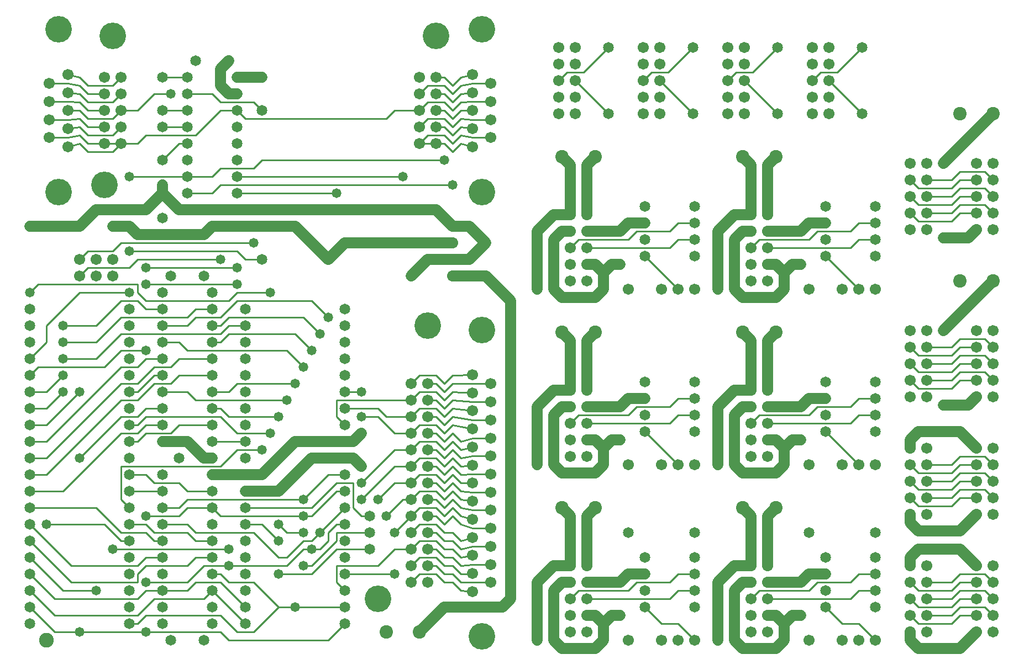
<source format=gbl>
%MOIN*%
%FSLAX25Y25*%
G04 D10 used for Character Trace; *
G04     Circle (OD=.01000) (No hole)*
G04 D11 used for Power Trace; *
G04     Circle (OD=.06500) (No hole)*
G04 D12 used for Signal Trace; *
G04     Circle (OD=.01100) (No hole)*
G04 D13 used for Via; *
G04     Circle (OD=.05800) (Round. Hole ID=.02800)*
G04 D14 used for Component hole; *
G04     Circle (OD=.06500) (Round. Hole ID=.03500)*
G04 D15 used for Component hole; *
G04     Circle (OD=.06700) (Round. Hole ID=.04300)*
G04 D16 used for Component hole; *
G04     Circle (OD=.08100) (Round. Hole ID=.05100)*
G04 D17 used for Component hole; *
G04     Circle (OD=.08900) (Round. Hole ID=.05900)*
G04 D18 used for Component hole; *
G04     Circle (OD=.11300) (Round. Hole ID=.08300)*
G04 D19 used for Component hole; *
G04     Circle (OD=.16000) (Round. Hole ID=.13000)*
G04 D20 used for Component hole; *
G04     Circle (OD=.18300) (Round. Hole ID=.15300)*
G04 D21 used for Component hole; *
G04     Circle (OD=.22291) (Round. Hole ID=.19291)*
%ADD10C,.01000*%
%ADD11C,.06500*%
%ADD12C,.01100*%
%ADD13C,.05800*%
%ADD14C,.06500*%
%ADD15C,.06700*%
%ADD16C,.08100*%
%ADD17C,.08900*%
%ADD18C,.11300*%
%ADD19C,.16000*%
%ADD20C,.18300*%
%ADD21C,.22291*%
%IPPOS*%
%LPD*%
G90*X0Y0D02*D14*X10000Y20000D03*D17*              
X20000Y10000D03*D12*X25000Y25000D02*X75000D01*    
X85000Y35000D01*X115000D01*X120000Y40000D01*D14*  
D03*D12*X140000Y20000D01*D14*D03*D12*             
X135000Y15000D02*X145000D01*X135000D02*           
X125000Y25000D01*X80000D01*X75000Y20000D01*       
X70000D01*D14*D03*D13*X80000Y15000D03*D12*        
X40000D01*D13*D03*D12*X25000D01*X10000Y30000D01*  
D14*D03*Y40000D03*D12*X25000Y25000D01*Y35000D02*  
X75000D01*X80000Y40000D01*X90000D01*D14*D03*D12*  
X105000D01*X110000Y45000D01*X125000D01*           
X140000Y30000D01*D14*D03*Y40000D03*D12*           
X130000Y10000D02*X125000Y15000D01*                
X130000Y10000D02*X190000D01*X200000Y20000D01*D14* 
D03*Y30000D03*D12*X170000D01*D13*D03*D12*         
X160000D01*X145000Y15000D01*X160000Y30000D02*     
X145000Y45000D01*X130000D01*X125000Y50000D01*     
X120000D01*D14*D03*D12*X105000Y45000D02*          
X115000Y55000D01*X80000Y45000D02*X105000D01*D13*  
X80000D03*D12*X75000D02*Y50000D01*X35000Y45000D02*
X75000D01*X35000D02*X10000Y70000D01*D14*D03*D13*  
X20000Y80000D03*D12*X55000D01*X65000Y70000D01*    
X70000D01*D14*D03*D12*X65000Y75000D02*X80000D01*  
X85000Y70000D01*X90000D01*D14*D03*D12*            
X85000Y75000D02*X105000D01*X110000Y70000D01*      
X120000D01*D14*D03*D12*X105000Y55000D02*          
X110000Y60000D01*X80000Y55000D02*X105000D01*      
X75000Y50000D02*X80000Y55000D01*X35000D02*        
X75000D01*X35000D02*X10000Y80000D01*D14*D03*      
Y90000D03*D12*X50000D01*X65000Y75000D01*D14*      
X70000Y80000D03*D12*X80000D01*X85000Y75000D01*D14*
X90000Y80000D03*D12*X105000D01*X110000Y75000D01*  
X145000D01*X160000Y60000D01*X165000D01*           
X175000Y70000D01*X180000D01*X185000Y75000D01*D13* 
D03*D12*X200000Y90000D01*D14*D03*D12*             
X210000Y85000D02*X205000Y90000D01*                
X210000Y85000D02*X215000D01*D14*D03*D13*          
X220000Y95000D03*D12*X230000Y105000D01*X240000D01*
D15*D03*D12*X245000Y110000D01*X255000D01*         
X260000Y105000D01*X265000Y110000D01*              
X270000Y105000D01*X276900D01*D15*D03*D12*         
X270000Y110000D02*X276900Y110400D01*X288200D01*   
D15*D03*Y121300D03*D12*X276900D01*                
X270000Y120000D01*X265000Y125000D01*              
X260000Y120000D01*X255000Y125000D01*X250000D01*   
D15*D03*D12*X260000Y115000D02*X255000Y120000D01*  
X260000Y115000D02*X265000Y120000D01*              
X270000Y115000D01*X276900Y115900D01*D15*D03*D12*  
X270000Y110000D02*X265000Y115000D01*              
X260000Y110000D01*X255000Y115000D01*X250000D01*   
D15*D03*D12*X245000Y120000D02*X255000D01*         
X240000Y115000D02*X245000Y120000D01*D15*          
X240000Y115000D03*D12*X230000D01*X210000Y95000D01*
D13*D03*D12*X205000Y90000D02*Y105000D01*          
X195000D01*X180000Y90000D01*X140000D01*D14*D03*   
D12*X160000Y70000D02*X150000Y80000D01*D13*        
X160000Y70000D03*D12*X165000Y75000D02*X175000D01* 
D13*D03*D12*X180000Y65000D02*X185000D01*D13*      
X180000D03*D12*X175000D01*X165000Y55000D01*       
X130000D01*D13*D03*D12*X115000D01*D14*            
X120000Y60000D03*D12*X110000D01*D14*              
X120000Y80000D03*X90000Y60000D03*D12*X80000D01*   
X75000Y55000D01*D14*X70000Y60000D03*Y50000D03*D13*
X60000Y65000D03*D12*X130000D01*D13*D03*D14*       
X140000Y60000D03*Y70000D03*Y80000D03*D12*         
X150000D01*D13*X160000D03*D12*X165000Y75000D01*   
D13*X175000Y85000D03*D12*X125000D01*              
X120000Y90000D01*D14*D03*D12*X105000D01*          
X100000Y85000D01*X80000D01*D13*D03*D14*           
X70000Y90000D03*D12*X65000Y95000D01*Y115000D01*   
X125000D01*X135000Y125000D01*X150000D01*D13*D03*  
X155000Y135000D03*D12*X135000D01*                 
X125000Y145000D01*X80000D01*X75000Y140000D01*     
X70000D01*D14*D03*D12*X65000Y135000D02*X75000D01* 
X30000Y100000D02*X65000Y135000D01*                
X10000Y100000D02*X30000D01*D14*X10000D03*D12*     
Y110000D02*X20000D01*D14*X10000D03*D12*Y120000D02*
X20000D01*D14*X10000D03*D12*X20000Y110000D02*     
X65000Y155000D01*X75000D01*X85000Y165000D01*      
X95000D01*X100000Y170000D01*X120000D01*D14*D03*   
D12*Y160000D02*X130000D01*D14*X120000D03*D12*     
X130000D02*X135000Y165000D01*X170000D01*D13*D03*  
X175000Y175000D03*D12*X165000Y185000D01*          
X105000D01*X100000Y190000D01*X90000D01*D14*D03*   
D12*X95000Y175000D02*X100000Y180000D01*           
X85000Y175000D02*X95000D01*X75000Y165000D02*      
X85000Y175000D01*X65000Y165000D02*X75000D01*      
X20000Y120000D02*X65000Y165000D01*D14*            
X10000Y130000D03*D12*X20000D01*X65000Y175000D01*  
X75000D01*X80000Y180000D01*X90000D01*D14*D03*D13* 
X80000Y185000D03*D12*X65000D01*X55000Y175000D01*  
X15000D01*X10000Y170000D01*D14*D03*D12*Y160000D02*
X20000D01*D14*X10000D03*D12*Y150000D02*X20000D01* 
D14*X10000D03*D12*Y140000D02*X20000D01*D14*       
X10000D03*D12*X20000Y150000D02*X30000Y160000D01*  
D13*D03*X40000D03*D12*X20000Y140000D01*D13*       
X40000Y120000D03*D12*X65000Y145000D01*X75000D01*  
X80000Y150000D01*X90000D01*D14*D03*D12*           
X95000Y135000D02*X100000Y140000D01*               
X80000Y135000D02*X95000D01*X75000Y130000D02*      
X80000Y135000D01*X70000Y130000D02*X75000D01*D14*  
X70000D03*D12*X75000Y135000D02*X80000Y140000D01*  
X90000D01*D14*D03*D12*X100000D02*X120000D01*D14*  
D03*D12*X130000Y145000D02*X125000Y150000D01*      
X130000Y145000D02*X160000D01*D13*D03*             
X165000Y155000D03*D12*X110000D01*                 
X105000Y160000D01*X90000D01*D14*D03*Y170000D03*   
D12*X85000D01*X75000Y160000D01*X70000D01*D14*D03* 
Y170000D03*Y150000D03*D12*X30000Y180000D02*       
X50000D01*D13*X30000D03*D12*X10000D02*            
X20000Y190000D01*D14*X10000Y180000D03*D12*        
X20000Y190000D02*Y200000D01*X40000Y220000D01*     
X70000D01*D13*D03*D12*X80000Y210000D02*           
X75000Y215000D01*X80000Y210000D02*X90000D01*D14*  
D03*D12*X80000Y215000D02*X130000D01*              
X135000Y220000D01*X155000D01*D13*D03*D14*         
X140000Y210000D03*D12*X185000Y195000D02*          
X175000Y205000D01*D13*X185000Y195000D03*D12*      
X130000Y205000D02*X175000D01*X125000Y200000D02*   
X130000Y205000D01*X120000Y200000D02*X125000D01*   
D14*X120000D03*D12*X65000Y195000D02*X125000D01*   
X50000Y180000D02*X65000Y195000D01*                
X30000Y190000D02*X50000D01*D13*X30000D03*         
Y200000D03*D12*X50000D01*X65000Y215000D01*        
X75000D01*D14*X70000Y210000D03*D12*               
X80000Y215000D02*X75000Y220000D01*Y225000D01*     
X15000D01*X10000Y220000D01*D13*D03*D14*Y210000D03*
Y200000D03*Y190000D03*D15*X40000Y230000D03*D12*   
X45000Y235000D01*X70000D01*X75000Y240000D01*      
X125000D01*D13*D03*D14*X115000Y230000D03*D13*     
X135000Y235000D03*D12*X80000D01*D13*D03*          
X70000Y245000D03*D12*X135000D01*X140000Y240000D01*
X150000D01*D14*D03*D13*X145000Y250000D03*D12*     
X65000D01*X60000Y245000D01*X45000D01*             
X40000Y240000D01*D15*D03*X50000Y230000D03*        
Y240000D03*D14*X60000Y260000D03*D11*X70000D01*    
X75000Y255000D01*X115000D01*D13*D03*D11*          
X120000Y260000D01*X170000D01*X190000Y240000D01*   
D14*D03*D11*X200000Y250000D01*X240000D01*D14*D03* 
D11*X265000D01*D15*D03*D11*X255000Y240000D02*     
X275000D01*D15*X255000D03*D11*X250000D01*         
X240000Y230000D01*D14*D03*D15*X265000D03*D11*     
X285000D01*D14*D03*D11*X300000Y215000D01*         
Y35000D01*X295000Y30000D01*X260000D01*            
X245000Y15000D01*D16*D03*X225000D03*D12*          
X270000Y40000D02*X276900Y39600D01*D15*D03*D12*    
X270000Y45000D02*X276900D01*X288200D01*D15*D03*   
Y55900D03*D12*X276900D01*X270000Y55000D01*        
X265000Y60000D01*X260000D01*X255000Y65000D01*     
X250000D01*D15*D03*D12*X260000Y55000D02*          
X255000Y60000D01*X260000Y55000D02*X265000D01*     
X270000Y50000D01*X276900Y50400D01*D15*D03*D12*    
X270000Y45000D02*X265000Y50000D01*X260000D01*     
X255000Y55000D01*X250000D01*D15*D03*D12*          
X260000Y45000D02*X255000Y50000D01*                
X260000Y45000D02*X265000D01*X270000Y40000D01*     
X245000Y50000D02*X255000D01*X240000Y45000D02*     
X245000Y50000D01*D15*X240000Y45000D03*D13*        
X230000Y50000D03*D12*X200000D01*D14*D03*D12*      
X195000Y45000D02*Y55000D01*X200000Y40000D02*      
X195000Y45000D01*D14*X200000Y40000D03*D12*        
X195000Y55000D02*X220000D01*X230000Y65000D01*     
X240000D01*D15*D03*D12*X245000Y70000D01*          
X255000D01*X260000Y65000D01*X265000D01*           
X270000Y60000D01*X276900Y61300D01*D15*D03*D12*    
X270000Y65000D02*X276900Y66800D01*X288200D01*D15* 
D03*D12*X270000Y80000D02*X276900Y77800D01*        
X270000Y80000D02*X265000Y85000D01*                
X260000Y80000D01*X255000Y85000D01*X250000D01*D15* 
D03*D12*X260000Y75000D02*X255000Y80000D01*        
X260000Y75000D02*X265000D01*X270000Y70000D01*     
X276900Y72200D01*D15*D03*D12*X270000Y65000D02*    
X265000Y70000D01*X260000D01*X255000Y75000D01*     
X250000D01*D15*D03*D12*X245000Y80000D02*          
X255000D01*X240000Y75000D02*X245000Y80000D01*D15* 
X240000Y75000D03*Y85000D03*D12*X230000Y75000D01*  
D13*D03*D12*X240000Y85000D02*X245000Y90000D01*    
X255000D01*X260000Y85000D01*X265000Y90000D01*     
X270000Y85000D01*X276900Y83200D01*D15*D03*D12*    
X270000Y90000D02*X276900Y88700D01*X288200D01*D15* 
D03*Y99600D03*D12*X276900D01*X270000Y100000D01*   
X265000Y105000D01*X260000Y100000D01*              
X255000Y105000D01*X250000D01*D15*D03*D12*         
X260000Y95000D02*X255000Y100000D01*               
X260000Y95000D02*X265000Y100000D01*               
X270000Y95000D01*X276900Y94100D01*D15*D03*D12*    
X270000Y90000D02*X265000Y95000D01*                
X260000Y90000D01*X255000Y95000D01*X250000D01*D15* 
D03*D12*X245000Y100000D02*X255000D01*             
X240000Y95000D02*X245000Y100000D01*D15*           
X240000Y95000D03*D12*X235000D01*X225000Y85000D01* 
D13*D03*D14*X215000Y75000D03*D12*X195000D01*      
Y70000D01*X180000Y55000D01*X175000D01*D13*D03*D12*
X160000Y50000D02*X180000D01*D13*X160000D03*D12*   
X180000D02*X195000Y65000D01*X215000D01*D14*D03*   
X200000Y80000D03*D12*X195000D01*X190000Y75000D01* 
Y70000D01*X185000Y65000D01*D14*X200000Y60000D03*  
Y70000D03*D12*X175000Y85000D02*X180000D01*        
X195000Y100000D01*X200000D01*D14*D03*D12*         
X175000Y95000D02*X190000Y110000D01*D13*           
X175000Y95000D03*D12*X105000D01*X100000Y90000D01* 
X90000D01*D14*D03*Y100000D03*D12*X70000D01*D14*   
D03*D12*X85000Y105000D02*X80000Y110000D01*        
X85000Y105000D02*X100000D01*X105000Y100000D01*    
X120000D01*D14*D03*Y110000D03*D11*X140000D01*D14* 
D03*D11*X150000D01*X170000Y130000D01*X200000D01*  
D14*D03*D11*X205000D01*X210000Y135000D01*D14*D03* 
D12*X230000D02*X220000Y145000D01*                 
X230000Y135000D02*X240000D01*D15*D03*D12*         
X245000Y140000D01*X255000D01*X260000Y135000D01*   
X265000Y140000D01*X276900Y137800D01*D15*D03*D12*  
X265000Y145000D02*X276900Y143200D01*              
X260000Y140000D02*X265000Y145000D01*              
X260000Y140000D02*X255000Y145000D01*X250000D01*   
D15*D03*D12*X260000D02*X255000Y150000D01*         
X260000Y145000D02*X265000Y150000D01*              
X276900Y148700D01*D15*D03*D12*X265000Y155000D02*  
X276900Y154100D01*X260000Y150000D02*              
X265000Y155000D01*X260000Y150000D02*              
X255000Y155000D01*X250000D01*D15*D03*D12*         
X245000Y150000D02*X255000D01*X240000Y145000D02*   
X245000Y150000D01*D15*X240000Y145000D03*D12*      
X225000D01*X220000Y150000D01*X200000D01*D14*D03*  
D12*X195000Y145000D02*Y155000D01*                 
X200000Y140000D02*X195000Y145000D01*D14*          
X200000Y140000D03*D13*X210000Y145000D03*D12*      
X220000D01*D13*X210000Y160000D03*D12*X200000D01*  
D14*D03*D12*X195000Y155000D02*X240000D01*D15*D03* 
D12*X245000Y160000D01*X255000D01*                 
X260000Y155000D01*X265000Y160000D01*              
X276900Y159600D01*D15*D03*D12*X265000Y165000D02*  
X276900D01*X260000Y160000D02*X265000Y165000D01*   
X260000Y160000D02*X255000Y165000D01*X250000D01*   
D15*D03*D12*X260000D02*X255000Y170000D01*         
X260000Y165000D02*X265000Y170000D01*              
X276900Y170400D01*D15*D03*D12*Y165000D02*         
X288200D01*D15*D03*Y154100D03*D12*X276900D01*     
Y143200D02*X288200D01*D15*D03*D12*                
X270000Y130000D02*X276900Y132200D01*              
X270000Y130000D02*X265000Y135000D01*              
X260000Y130000D01*X255000Y135000D01*X250000D01*   
D15*D03*D12*X260000Y125000D02*X255000Y130000D01*  
X260000Y125000D02*X265000Y130000D01*              
X270000Y125000D01*X276900Y126800D01*D15*D03*D12*  
Y132200D02*X288200D01*D15*D03*D12*                
X245000Y130000D02*X255000D01*X240000Y125000D02*   
X245000Y130000D01*D15*X240000Y125000D03*D12*      
X230000D01*X210000Y105000D01*D13*D03*D14*         
X200000Y110000D03*D12*X190000D01*D14*             
X200000Y120000D03*D11*X180000D01*                 
X160000Y100000D01*D13*D03*D11*X140000D01*D14*D03* 
X120000Y120000D03*D11*X115000D01*                 
X105000Y130000D01*X90000D01*D14*D03*              
X100000Y120000D03*X70000Y110000D03*D12*X80000D01* 
D14*X70000Y120000D03*X90000Y110000D03*            
X120000Y150000D03*D12*X125000D01*D14*             
X140000Y140000D03*Y150000D03*Y160000D03*          
Y170000D03*X120000Y130000D03*D12*X140000D01*D14*  
D03*Y120000D03*Y180000D03*X120000D03*D12*         
X100000D01*X90000Y200000D02*X105000D01*D14*       
X90000D03*D12*X105000D02*X110000Y205000D01*       
X125000D01*X135000Y215000D01*X180000D01*          
X190000Y205000D01*D13*D03*D14*X200000Y200000D03*  
Y210000D03*Y190000D03*D13*X180000Y185000D03*D12*  
X170000Y195000D01*X130000D01*X125000Y190000D01*   
X120000D01*D14*D03*D12*X125000Y195000D02*         
X130000Y200000D01*X140000D01*D14*D03*Y190000D03*  
X120000Y220000D03*Y210000D03*D12*X110000D01*      
X105000Y205000D01*X65000D01*X50000Y190000D01*D13* 
X30000Y170000D03*D12*X20000Y160000D01*D14*        
X70000Y180000D03*Y190000D03*Y200000D03*D13*       
X80000Y225000D03*D12*X135000D01*D13*D03*D14*      
X95000Y230000D03*X90000Y265000D03*Y220000D03*D13* 
X125000Y270000D03*D11*X105000D01*D13*D03*D11*     
X100000D01*X90000Y280000D01*X80000Y270000D01*     
X50000D01*X40000Y260000D01*D14*D03*D11*X10000D01* 
D13*D03*D19*X27400Y280800D03*D12*X45000Y305000D02*
X60000D01*X65000Y310000D01*D15*D03*D12*X55000D01* 
D15*D03*D12*X45000D01*X40000Y315000D01*           
X33100Y313700D01*X21800D01*D15*D03*Y324600D03*D12*
X33100D01*X40000Y325000D01*X45000Y320000D01*      
X55000D01*D15*D03*D12*X45000Y315000D02*X60000D01* 
X45000D02*X40000Y320000D01*X33100Y319100D01*D15*  
D03*D12*X45000Y330000D02*X55000D01*D15*D03*D12*   
X45000Y325000D02*X60000D01*X45000D02*             
X40000Y330000D01*X33100D01*D15*D03*D12*X45000D02* 
X40000Y335000D01*X33100Y335400D01*X21800D01*D15*  
D03*Y346300D03*D12*X33100D01*X40000Y345000D01*    
X45000Y340000D01*X55000D01*D15*D03*D12*           
X45000Y335000D02*X60000D01*X45000D02*             
X40000Y340000D01*X33100Y340900D01*D15*D03*D12*    
X45000Y345000D02*X40000Y350000D01*                
X45000Y345000D02*X60000D01*X65000Y350000D01*D15*  
D03*X55000D03*X65000Y340000D03*D12*               
X60000Y335000D01*D15*X65000Y330000D03*D12*        
X60000Y325000D01*D15*X65000Y320000D03*D12*        
X60000Y315000D01*X65000Y310000D02*X75000D01*      
X80000Y315000D01*X110000D01*X125000Y330000D01*    
X135000D01*D14*D03*D12*X140000Y325000D01*         
X225000D01*X230000Y330000D01*X245000D01*D15*D03*  
D12*X250000Y335000D01*X260000D01*                 
X265000Y330000D01*X270000Y335000D01*              
X276900Y335400D01*X288200D01*D15*D03*Y346300D03*  
D12*X276900D01*X270000Y345000D01*                 
X265000Y340000D01*X260000Y345000D01*X250000D01*   
X245000Y340000D01*D15*D03*X255000Y330000D03*D12*  
X260000D01*X265000Y325000D01*X270000Y330000D01*   
X276900D01*D15*D03*D12*X265000Y320000D02*         
X270000Y325000D01*X265000Y320000D02*              
X260000Y325000D01*X250000D01*X245000Y320000D01*   
D15*D03*D12*Y310000D02*X250000Y315000D01*D15*     
X245000Y310000D03*D12*X255000D01*D15*D03*D12*     
X260000D01*X265000Y305000D01*X270000Y310000D01*   
X276900Y308200D01*D15*D03*D12*X265000Y310000D02*  
X270000Y315000D01*X265000Y310000D02*              
X260000Y315000D01*X250000D01*D15*                 
X255000Y320000D03*D12*X260000D01*                 
X265000Y315000D01*X270000Y320000D01*              
X276900Y319100D01*D15*D03*D12*X270000Y325000D02*  
X276900Y324600D01*X288200D01*D15*D03*Y313700D03*  
D12*X276900D01*X270000Y315000D01*D13*             
X260000Y300000D03*D12*X150000D01*                 
X145000Y295000D01*X125000D01*X120000Y290000D01*   
X105000D01*D14*D03*D12*X70000D01*D13*D03*D19*     
X55000Y285000D03*D11*X90000Y280000D02*Y285000D01* 
D14*D03*X105000Y300000D03*Y280000D03*D12*         
X120000D01*X125000Y285000D01*X265000D01*D13*D03*  
D11*Y260000D02*X255000Y270000D01*                 
X265000Y260000D02*X275000D01*X285000Y250000D01*   
D14*D03*D11*X275000Y240000D01*X125000Y270000D02*  
X255000D01*D14*X135000Y280000D03*D12*X195000D01*  
D13*D03*X235000Y290000D03*D12*X135000D01*D14*D03* 
Y300000D03*Y310000D03*X105000Y320000D03*D12*      
X90000D01*D14*D03*D12*Y300000D02*                 
X100000Y310000D01*D14*X90000Y300000D03*D12*       
X100000Y310000D02*X105000D01*D14*D03*Y330000D03*  
D12*X90000D01*D14*D03*D13*X95000Y340000D03*D12*   
X85000D01*X75000Y330000D01*X65000D01*             
X33100Y351800D02*X40000Y350000D01*D15*            
X33100Y351800D03*D19*X60000Y375000D03*            
X27400Y379200D03*D15*X33100Y308200D03*D12*        
X40000Y310000D01*X45000Y305000D01*D14*            
X90000Y350000D03*D12*X105000D01*D14*D03*          
X110000Y360000D03*X105000Y340000D03*D12*          
X120000D01*X125000Y335000D01*X145000D01*          
X150000Y330000D01*D14*D03*X135000Y340000D03*D11*  
X130000D01*X125000Y345000D01*Y355000D01*          
X130000Y360000D01*D14*D03*X135000Y350000D03*D11*  
X150000D01*D14*D03*X135000Y320000D03*D15*         
X245000Y350000D03*X255000Y340000D03*D12*          
X260000D01*X265000Y335000D01*X270000Y340000D01*   
X276900Y340900D01*D15*D03*D12*X265000Y345000D02*  
X270000Y350000D01*X276900Y351800D01*D15*D03*D12*  
X265000Y345000D02*X260000Y350000D01*X255000D01*   
D15*D03*D19*Y375000D03*X282600Y379200D03*         
Y280800D03*X250000Y200000D03*X282600Y197600D03*   
D14*X200000Y180000D03*Y170000D03*D12*             
X240000Y165000D02*X245000Y170000D01*D15*          
X240000Y165000D03*D12*X245000Y170000D02*          
X255000D01*D11*X210000Y115000D02*                 
X205000Y120000D01*D14*X210000Y115000D03*D11*      
X200000Y120000D02*X205000D01*D12*X240000Y55000D02*
X245000Y60000D01*D15*X240000Y55000D03*D12*        
X245000Y60000D02*X255000D01*D15*X250000Y45000D03* 
D12*X276900Y77800D02*X288200D01*D15*D03*D19*      
X282600Y12400D03*X220000Y35000D03*D14*            
X140000Y50000D03*D12*X80000Y15000D02*X125000D01*  
D14*X90000Y20000D03*Y30000D03*X95000Y10000D03*    
X70000Y30000D03*Y40000D03*D13*X50000D03*D12*      
X30000D01*X10000Y60000D01*D14*D03*Y50000D03*D12*  
X25000Y35000D01*D14*X90000Y50000D03*              
X115000Y10000D03*X120000Y20000D03*Y30000D03*D15*  
X60000Y230000D03*Y240000D03*G90*X1000Y0D02*D13*   
X316000Y10000D03*D11*Y45000D01*X326000Y55000D01*  
X336000D01*D15*D03*D11*Y85000D01*X331000Y90000D01*
D16*D03*D11*X346000Y55000D02*Y85000D01*D15*       
Y55000D03*X336000Y45000D03*D11*X331000D01*        
X326000Y40000D01*Y10000D01*X331000Y5000D01*       
X351000D01*X356000Y10000D01*Y20000D01*            
X361000Y25000D01*X366000D01*D14*D03*D11*          
X356000Y20000D02*X351000Y25000D01*X346000D01*D15* 
D03*X336000Y35000D03*D12*X341000Y40000D01*        
X371000D01*X376000Y45000D01*X396000D01*           
X401000Y50000D01*X411000D01*D14*D03*D12*          
X396000Y35000D02*X401000Y40000D01*                
X346000Y35000D02*X396000D01*D15*X346000D03*       
X336000Y25000D03*X346000Y45000D03*D11*X366000D01* 
D14*D03*D11*X371000Y50000D01*X381000D01*D14*D03*  
Y60000D03*Y40000D03*D12*X401000D02*X411000D01*D14*
D03*Y30000D03*D12*X391000Y20000D02*X401000D01*    
X411000Y10000D01*D15*D03*X401000D03*D12*          
X391000Y20000D02*X381000Y30000D01*D14*D03*D15*    
X371000Y10000D03*X391000D03*D14*X411000Y60000D03* 
D15*X346000Y15000D03*D14*X411000Y75000D03*        
X371000D03*D15*X336000Y15000D03*D11*              
X346000Y85000D02*X351000Y90000D01*D16*D03*G90*    
X0Y0D02*D13*X425000Y10000D03*D11*Y45000D01*       
X435000Y55000D01*X445000D01*D15*D03*D11*Y85000D01*
X440000Y90000D01*D16*D03*D11*X455000Y55000D02*    
Y85000D01*D15*Y55000D03*X445000Y45000D03*D11*     
X440000D01*X435000Y40000D01*Y10000D01*            
X440000Y5000D01*X460000D01*X465000Y10000D01*      
Y20000D01*X470000Y25000D01*X475000D01*D14*D03*D11*
X465000Y20000D02*X460000Y25000D01*X455000D01*D15* 
D03*X445000Y35000D03*D12*X450000Y40000D01*        
X480000D01*X485000Y45000D01*X505000D01*           
X510000Y50000D01*X520000D01*D14*D03*D12*          
X505000Y35000D02*X510000Y40000D01*                
X455000Y35000D02*X505000D01*D15*X455000D03*       
X445000Y25000D03*X455000Y45000D03*D11*X475000D01* 
D14*D03*D11*X480000Y50000D01*X490000D01*D14*D03*  
Y60000D03*Y40000D03*D12*X510000D02*X520000D01*D14*
D03*Y30000D03*D12*X500000Y20000D02*X510000D01*    
X520000Y10000D01*D15*D03*X510000D03*D12*          
X500000Y20000D02*X490000Y30000D01*D14*D03*D15*    
X480000Y10000D03*X500000D03*D14*X520000Y60000D03* 
D15*X455000Y15000D03*D14*X520000Y75000D03*        
X480000D03*D15*X445000Y15000D03*D11*              
X455000Y85000D02*X460000Y90000D01*D16*D03*G90*    
X1000Y1000D02*D13*X316000Y116000D03*D11*          
Y151000D01*X326000Y161000D01*X336000D01*D15*D03*  
D11*Y191000D01*X331000Y196000D01*D16*D03*D11*     
X346000Y161000D02*Y191000D01*D15*Y161000D03*      
X336000Y151000D03*D11*X331000D01*                 
X326000Y146000D01*Y116000D01*X331000Y111000D01*   
X351000D01*X356000Y116000D01*Y126000D01*          
X361000Y131000D01*X366000D01*D14*D03*D11*         
X356000Y126000D02*X351000Y131000D01*X346000D01*   
D15*D03*X336000Y141000D03*D12*X341000Y146000D01*  
X371000D01*X376000Y151000D01*X396000D01*          
X401000Y156000D01*X411000D01*D14*D03*D12*         
X396000Y141000D02*X401000Y146000D01*              
X346000Y141000D02*X396000D01*D15*X346000D03*      
X336000Y131000D03*X346000Y151000D03*D11*          
X366000D01*D14*D03*D11*X371000Y156000D01*         
X381000D01*D14*D03*Y166000D03*Y146000D03*D12*     
X401000D02*X411000D01*D14*D03*Y136000D03*         
Y166000D03*D15*X391000Y116000D03*X401000D03*D12*  
X381000Y136000D01*D14*D03*D15*X371000Y116000D03*  
X411000D03*X346000Y121000D03*X336000D03*D11*      
X346000Y191000D02*X351000Y196000D01*D16*D03*G90*  
X0Y1000D02*D13*X425000Y116000D03*D11*Y151000D01*  
X435000Y161000D01*X445000D01*D15*D03*D11*         
Y191000D01*X440000Y196000D01*D16*D03*D11*         
X455000Y161000D02*Y191000D01*D15*Y161000D03*      
X445000Y151000D03*D11*X440000D01*                 
X435000Y146000D01*Y116000D01*X440000Y111000D01*   
X460000D01*X465000Y116000D01*Y126000D01*          
X470000Y131000D01*X475000D01*D14*D03*D11*         
X465000Y126000D02*X460000Y131000D01*X455000D01*   
D15*D03*X445000Y141000D03*D12*X450000Y146000D01*  
X480000D01*X485000Y151000D01*X505000D01*          
X510000Y156000D01*X520000D01*D14*D03*D12*         
X505000Y141000D02*X510000Y146000D01*              
X455000Y141000D02*X505000D01*D15*X455000D03*      
X445000Y131000D03*X455000Y151000D03*D11*          
X475000D01*D14*D03*D11*X480000Y156000D01*         
X490000D01*D14*D03*Y166000D03*Y146000D03*D12*     
X510000D02*X520000D01*D14*D03*Y136000D03*         
Y166000D03*D15*X500000Y116000D03*X510000D03*D12*  
X490000Y136000D01*D14*D03*D15*X480000Y116000D03*  
X520000D03*X455000Y121000D03*X445000D03*D11*      
X455000Y191000D02*X460000Y196000D01*D16*D03*G90*  
X1000Y2000D02*D13*X316000Y222000D03*D11*          
Y257000D01*X326000Y267000D01*X336000D01*D15*D03*  
D11*Y297000D01*X331000Y302000D01*D16*D03*D11*     
X346000Y267000D02*Y297000D01*D15*Y267000D03*      
X336000Y257000D03*D11*X331000D01*                 
X326000Y252000D01*Y222000D01*X331000Y217000D01*   
X351000D01*X356000Y222000D01*Y232000D01*          
X361000Y237000D01*X366000D01*D14*D03*D11*         
X356000Y232000D02*X351000Y237000D01*X346000D01*   
D15*D03*X336000Y247000D03*D12*X341000Y252000D01*  
X371000D01*X376000Y257000D01*X396000D01*          
X401000Y262000D01*X411000D01*D14*D03*D12*         
X396000Y247000D02*X401000Y252000D01*              
X346000Y247000D02*X396000D01*D15*X346000D03*      
X336000Y237000D03*X346000Y257000D03*D11*          
X366000D01*D14*D03*D11*X371000Y262000D01*         
X381000D01*D14*D03*Y272000D03*Y252000D03*D12*     
X401000D02*X411000D01*D14*D03*Y242000D03*         
Y272000D03*D15*X391000Y222000D03*X401000D03*D12*  
X381000Y242000D01*D14*D03*D15*X371000Y222000D03*  
X411000D03*X346000Y227000D03*X336000D03*D11*      
X346000Y297000D02*X351000Y302000D01*D16*D03*G90*  
X0Y2000D02*D13*X425000Y222000D03*D11*Y257000D01*  
X435000Y267000D01*X445000D01*D15*D03*D11*         
Y297000D01*X440000Y302000D01*D16*D03*D11*         
X455000Y267000D02*Y297000D01*D15*Y267000D03*      
X445000Y257000D03*D11*X440000D01*                 
X435000Y252000D01*Y222000D01*X440000Y217000D01*   
X460000D01*X465000Y222000D01*Y232000D01*          
X470000Y237000D01*X475000D01*D14*D03*D11*         
X465000Y232000D02*X460000Y237000D01*X455000D01*   
D15*D03*X445000Y247000D03*D12*X450000Y252000D01*  
X480000D01*X485000Y257000D01*X505000D01*          
X510000Y262000D01*X520000D01*D14*D03*D12*         
X505000Y247000D02*X510000Y252000D01*              
X455000Y247000D02*X505000D01*D15*X455000D03*      
X445000Y237000D03*X455000Y257000D03*D11*          
X475000D01*D14*D03*D11*X480000Y262000D01*         
X490000D01*D14*D03*Y272000D03*Y252000D03*D12*     
X510000D02*X520000D01*D14*D03*Y242000D03*         
Y272000D03*D15*X500000Y222000D03*X510000D03*D12*  
X490000Y242000D01*D14*D03*D15*X480000Y222000D03*  
X520000D03*X455000Y227000D03*X445000D03*D11*      
X455000Y297000D02*X460000Y302000D01*D16*D03*G90*  
X1000Y0D02*D11*X546000Y5000D02*X541000Y10000D01*  
X546000Y5000D02*X571000D01*X581000Y15000D01*D15*  
D03*X591000Y25000D03*D12*X586000Y30000D01*        
X571000D01*X566000Y25000D01*X551000D01*D15*D03*   
D12*X546000Y30000D02*X566000D01*X571000Y35000D01* 
X581000D01*D15*D03*D12*X591000D02*                
X586000Y40000D01*D15*X591000Y35000D03*D12*        
X571000Y40000D02*X586000D01*X566000Y35000D02*     
X571000Y40000D01*X551000Y35000D02*X566000D01*D15* 
X551000D03*D12*X546000Y40000D02*X566000D01*       
X571000Y45000D01*X581000D01*D15*D03*D12*          
X591000D02*X586000Y50000D01*D15*X591000Y45000D03* 
D12*X571000Y50000D02*X586000D01*X566000Y45000D02* 
X571000Y50000D01*X551000Y45000D02*X566000D01*D15* 
X551000D03*D12*X546000Y40000D02*X541000Y45000D01* 
D15*D03*X551000Y55000D03*X541000D03*D11*Y60000D01*
X546000Y65000D01*X571000D01*X581000Y55000D01*D15* 
D03*X591000D03*D12*X566000Y20000D02*              
X571000Y25000D01*X546000Y20000D02*X566000D01*     
X546000D02*X541000Y25000D01*D15*D03*D12*          
X546000Y30000D02*X541000Y35000D01*D15*D03*        
Y15000D03*D11*Y10000D01*D15*X551000Y15000D03*D12* 
X571000Y25000D02*X581000D01*D15*D03*              
X591000Y15000D03*G90*X1000Y1000D02*D11*           
X546000Y76000D02*X541000Y81000D01*                
X546000Y76000D02*X571000D01*X581000Y86000D01*D15* 
D03*X591000Y96000D03*D12*X586000Y101000D01*       
X571000D01*X566000Y96000D01*X551000D01*D15*D03*   
D12*X546000Y101000D02*X566000D01*                 
X571000Y106000D01*X581000D01*D15*D03*D12*         
X591000D02*X586000Y111000D01*D15*                 
X591000Y106000D03*D12*X571000Y111000D02*          
X586000D01*X566000Y106000D02*X571000Y111000D01*   
X551000Y106000D02*X566000D01*D15*X551000D03*D12*  
X546000Y111000D02*X566000D01*X571000Y116000D01*   
X581000D01*D15*D03*D12*X591000D02*                
X586000Y121000D01*D15*X591000Y116000D03*D12*      
X571000Y121000D02*X586000D01*X566000Y116000D02*   
X571000Y121000D01*X551000Y116000D02*X566000D01*   
D15*X551000D03*D12*X546000Y111000D02*             
X541000Y116000D01*D15*D03*X551000Y126000D03*      
X541000D03*D11*Y131000D01*X546000Y136000D01*      
X571000D01*X581000Y126000D01*D15*D03*X591000D03*  
D12*X566000Y91000D02*X571000Y96000D01*            
X546000Y91000D02*X566000D01*X546000D02*           
X541000Y96000D01*D15*D03*D12*X546000Y101000D02*   
X541000Y106000D01*D15*D03*Y86000D03*D11*Y81000D01*
D15*X551000Y86000D03*D12*X571000Y96000D02*        
X581000D01*D15*D03*X591000Y86000D03*G90*          
X1000Y2000D02*X541000Y157000D03*Y167000D03*D12*   
X546000Y162000D01*X566000D01*X571000Y167000D01*   
X581000D01*D15*D03*D12*X591000D02*                
X586000Y172000D01*D15*X591000Y167000D03*D12*      
X571000Y172000D02*X586000D01*X566000Y167000D02*   
X571000Y172000D01*X551000Y167000D02*X566000D01*   
D15*X551000D03*D12*X546000Y172000D02*X566000D01*  
X571000Y177000D01*X581000D01*D15*D03*D12*         
X591000D02*X586000Y182000D01*D15*                 
X591000Y177000D03*D12*X571000Y182000D02*          
X586000D01*X566000Y177000D02*X571000Y182000D01*   
X551000Y177000D02*X566000D01*D15*X551000D03*D12*  
X546000Y182000D02*X566000D01*X571000Y187000D01*   
X581000D01*D15*D03*D12*X591000D02*                
X586000Y192000D01*D15*X591000Y187000D03*D12*      
X571000Y192000D02*X586000D01*X566000Y187000D02*   
X571000Y192000D01*X551000Y187000D02*X566000D01*   
D15*X551000D03*D12*X546000Y182000D02*             
X541000Y187000D01*D15*D03*X551000Y197000D03*      
X541000D03*Y177000D03*D12*X546000Y172000D01*D15*  
X551000Y157000D03*D13*X561000Y152000D03*D11*      
X576000D01*X581000Y157000D01*D15*D03*X591000D03*  
Y197000D03*X581000D03*D13*X561000D03*D11*         
X591000Y227000D01*D16*D03*X571000D03*G90*         
X1000Y3000D02*D15*X541000Y258000D03*Y268000D03*   
D12*X546000Y263000D01*X566000D01*                 
X571000Y268000D01*X581000D01*D15*D03*D12*         
X591000D02*X586000Y273000D01*D15*                 
X591000Y268000D03*D12*X571000Y273000D02*          
X586000D01*X566000Y268000D02*X571000Y273000D01*   
X551000Y268000D02*X566000D01*D15*X551000D03*D12*  
X546000Y273000D02*X566000D01*X571000Y278000D01*   
X581000D01*D15*D03*D12*X591000D02*                
X586000Y283000D01*D15*X591000Y278000D03*D12*      
X571000Y283000D02*X586000D01*X566000Y278000D02*   
X571000Y283000D01*X551000Y278000D02*X566000D01*   
D15*X551000D03*D12*X546000Y283000D02*X566000D01*  
X571000Y288000D01*X581000D01*D15*D03*D12*         
X591000D02*X586000Y293000D01*D15*                 
X591000Y288000D03*D12*X571000Y293000D02*          
X586000D01*X566000Y288000D02*X571000Y293000D01*   
X551000Y288000D02*X566000D01*D15*X551000D03*D12*  
X546000Y283000D02*X541000Y288000D01*D15*D03*      
X551000Y298000D03*X541000D03*Y278000D03*D12*      
X546000Y273000D01*D15*X551000Y258000D03*D13*      
X561000Y253000D03*D11*X576000D01*                 
X581000Y258000D01*D15*D03*X591000D03*Y298000D03*  
X581000D03*D13*X561000D03*D11*X591000Y328000D01*  
D16*D03*X571000D03*G90*X4000Y3000D02*D15*         
X329000Y328000D03*X339000Y338000D03*X329000D03*   
X339000Y328000D03*Y348000D03*D12*                 
X359000Y328000D01*D14*D03*D12*X329000Y348000D02*  
X334000Y353000D01*D15*X329000Y348000D03*D12*      
X334000Y353000D02*X344000D01*X359000Y368000D01*   
D14*D03*D15*X339000D03*Y358000D03*                
X329000Y368000D03*Y358000D03*G90*X0Y3000D02*      
X380000Y328000D03*Y338000D03*Y348000D03*D12*      
X385000Y353000D01*X395000D01*X410000Y368000D01*   
D14*D03*D15*X390000Y348000D03*D12*                
X410000Y328000D01*D14*D03*D15*X390000Y338000D03*  
Y328000D03*X380000Y358000D03*X390000D03*          
Y368000D03*X380000D03*G90*X1000Y3000D02*          
X431000Y328000D03*Y338000D03*Y348000D03*D12*      
X436000Y353000D01*X446000D01*X461000Y368000D01*   
D14*D03*D15*X441000Y348000D03*D12*                
X461000Y328000D01*D14*D03*D15*X441000Y338000D03*  
Y328000D03*X431000Y358000D03*X441000D03*          
Y368000D03*X431000D03*G90*X2000Y3000D02*          
X482000Y328000D03*Y338000D03*Y348000D03*D12*      
X487000Y353000D01*X497000D01*X512000Y368000D01*   
D14*D03*D15*X492000Y348000D03*D12*                
X512000Y328000D01*D14*D03*D15*X492000Y338000D03*  
Y328000D03*X482000Y358000D03*X492000D03*          
Y368000D03*X482000D03*M02*                        

</source>
